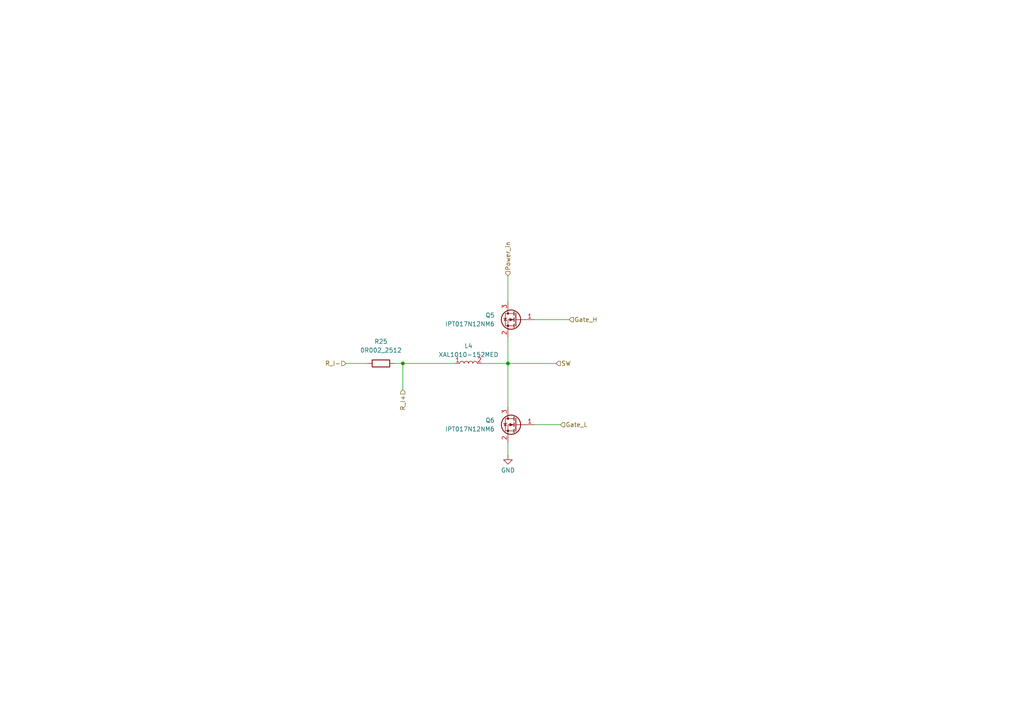
<source format=kicad_sch>
(kicad_sch (version 20250114) (generator "eeschema") (generator_version "9.0")
  (paper "A4")
  (lib_symbols
    (symbol "MYLIB_Misc:0R002_2512" (pin_numbers (hide yes)) (pin_names (hide yes))
      (property "Reference" "R" (at -2.54 0 90))
      (property "Value" "0R002_2512" (at 2.54 0.254 90))
      (symbol "0R002_2512_0_1"
        (rectangle (start -1.016 -2.54) (end 1.016 2.54) (stroke (width 0.254)))
      )
      (symbol "0R002_2512_1_1"
        (pin passive line (at 0 3.81 270) (length 1.27) (name "~") (number "1"))
        (pin passive line (at 0 -3.81 90) (length 1.27) (name "~") (number "2"))
      )
    )
    (symbol "MYLIB_Misc:IPT017N12NM6" (pin_names (hide yes))
      (property "Reference" "Q" (at 6.35 0 90))
      (property "Value" "IPT017N12NM6" (at 4.064 0.254 90))
      (symbol "IPT017N12NM6_0_1"
        (polyline (pts (xy -2.286 1.905) (xy -2.286 -1.905)) (stroke (width 0.254)))
        (polyline (pts (xy -2.286 0) (xy -5.08 0)))
        (polyline (pts (xy -1.778 2.286) (xy -1.778 1.27)) (stroke (width 0.254)))
        (polyline (pts (xy -1.778 0.508) (xy -1.778 -0.508)) (stroke (width 0.254)))
        (polyline (pts (xy -1.778 -1.27) (xy -1.778 -2.286)) (stroke (width 0.254)))
        (polyline (pts (xy -1.778 -1.778) (xy 0.762 -1.778) (xy 0.762 1.778) (xy -1.778 1.778)))
        (polyline (pts (xy -1.524 0) (xy -0.508 0.381) (xy -0.508 -0.381) (xy -1.524 0)) (fill (type outline)))
        (circle (center -0.889 0) (radius 2.794) (stroke (width 0.254)))
        (polyline (pts (xy 0 2.54) (xy 0 1.778)))
        (circle (center 0 1.778) (radius 0.254) (fill (type outline)))
        (circle (center 0 -1.778) (radius 0.254) (fill (type outline)))
        (polyline (pts (xy 0 -2.54) (xy 0 0) (xy -1.778 0)))
        (polyline (pts (xy 0.254 0.508) (xy 0.381 0.381) (xy 1.143 0.381) (xy 1.27 0.254)))
        (polyline (pts (xy 0.762 0.381) (xy 0.381 -0.254) (xy 1.143 -0.254) (xy 0.762 0.381)))
      )
      (symbol "IPT017N12NM6_1_1"
        (pin input line (at -7.62 0 0) (length 2.54) (name "G") (number "1"))
        (pin passive line (at 0 5.08 270) (length 2.54) (name "D") (number "3"))
        (pin passive line (at 0 -5.08 90) (length 2.54) (name "S") (number "2"))
      )
    )
    (symbol "MYLIB_Misc:XAL1010-152MED" (pin_names (hide yes))
      (property "Reference" "L" (at 0.254 5.588 0))
      (property "Value" "XAL1010-152MED" (at 0.762 3.302 0))
      (symbol "XAL1010-152MED_0_1"
        (arc (start -2.54 0) (mid -1.905 0.6323) (end -1.27 0))
        (arc (start -1.27 0) (mid -0.635 0.6323) (end 0 0))
        (arc (start 0 0) (mid 0.635 0.6323) (end 1.27 0))
        (arc (start 1.27 0) (mid 1.905 0.6323) (end 2.54 0))
      )
      (symbol "XAL1010-152MED_1_1"
        (pin passive line (at -3.81 0 0) (length 1.27) (name "1") (number "1"))
        (pin passive line (at 3.81 0 180) (length 1.27) (name "2") (number "2"))
      )
    )
    (symbol "power:GND" (power) (pin_numbers (hide yes)) (pin_names (offset 0) (hide yes))
      (property "Value" "GND" (at 0 -3.81 0))
      (symbol "GND_0_1"
        (polyline (pts (xy 0 0) (xy 0 -1.27) (xy 1.27 -1.27) (xy 0 -2.54) (xy -1.27 -1.27) (xy 0 -1.27)))
      )
      (symbol "GND_1_1"
        (pin power_in line (at 0 0 270) (length 0) (name "~") (number "1"))
      )
    )
  )
  (junction (at 147.32 105.41))
  (junction (at 116.84 105.41))
  (wire (pts (xy 147.32 105.41) (xy 161.29 105.41)))
  (wire (pts (xy 114.3 105.41) (xy 116.84 105.41)))
  (wire (pts (xy 139.7 105.41) (xy 147.32 105.41)))
  (wire (pts (xy 100.33 105.41) (xy 106.68 105.41)))
  (wire (pts (xy 116.84 105.41) (xy 132.08 105.41)))
  (wire (pts (xy 147.32 105.41) (xy 147.32 118.11)))
  (wire (pts (xy 147.32 80.01) (xy 147.32 87.63)))
  (wire (pts (xy 147.32 97.79) (xy 147.32 105.41)))
  (wire (pts (xy 116.84 105.41) (xy 116.84 113.03)))
  (wire (pts (xy 147.32 128.27) (xy 147.32 132.08)))
  (wire (pts (xy 154.94 123.19) (xy 162.56 123.19)))
  (wire (pts (xy 154.94 92.71) (xy 165.1 92.71)))
  (hierarchical_label "Gate_L" (shape input) (at 162.56 123.19 0))
  (hierarchical_label "R_I+" (shape input) (at 116.84 113.03 270))
  (hierarchical_label "SW" (shape input) (at 161.29 105.41 0))
  (hierarchical_label "R_I-" (shape input) (at 100.33 105.41 180))
  (hierarchical_label "Gate_H" (shape input) (at 165.1 92.71 0))
  (hierarchical_label "Power_in" (shape input) (at 147.32 80.01 90))
  (symbol (lib_id "MYLIB_Misc:IPT017N12NM6") (at 147.32 92.71 0) (mirror y) (unit 1)
    (property "Reference" "Q5" (at 143.51 91.4399 0) (effects (justify left)))
    (property "Value" "IPT017N12NM6" (at 143.51 93.9799 0) (effects (justify left)))
    (property "Footprint" "Package_TO_SOT_SMD:Infineon_PG-HSOF-8-1" (effects (hide yes)))
    (property "Datasheet" "https://eu.mouser.com/datasheet/3/70/1/Infineon-IPT017N12NM6-DataSheet-v02_00-EN.pdf" (effects (hide yes)))
    (property "Description" "N-Channel High Power Mosfet" (effects (hide yes)))
    (property "Mouser nr" " 726-IPT017N12NM6ATMA " (effects (hide yes)))
    (instances (project "FPGA_Board_BA" (path "" (reference "Q5") (unit 1)) (path "" (reference "Q1") (unit 1))))
  )
  (symbol (lib_id "MYLIB_Misc:XAL1010-152MED") (at 135.89 105.41 0) (unit 1)
    (property "Reference" "L4" (at 135.89 100.33 0))
    (property "Value" "XAL1010-152MED" (at 135.89 102.87 0))
    (property "Footprint" "Inductor_SMD:L_Coilcraft_XAL1010-XXX" (effects (hide yes)))
    (property "Datasheet" "https://www.coilcraft.com/getmedia/dd74e670-e705-456a-9a69-585fe02eaf3c/xal1010.pdf" (effects (hide yes)))
    (property "Description" "High Saturation Iron Composit Inductor" (effects (hide yes)))
    (property "Mouser" " 994-XAL1010-152MED " (effects (hide yes)))
    (property "Isat" "36.6A" (effects (hide yes)))
    (property "Vmax" "60V" (effects (hide yes)))
    (instances (project "FPGA_Board_BA" (path "" (reference "L4") (unit 1)) (path "" (reference "L1") (unit 1))))
  )
  (symbol (lib_id "power:GND") (at 147.32 132.08 0) (unit 1)
    (property "Reference" "#PWR025" (effects (hide yes)))
    (property "Value" "GND" (at 147.32 136.398 0))
    (property "Description" "Power symbol creates a global label with name \"GND\" , ground" (effects (hide yes)))
    (instances (project "FPGA_Board_BA" (path "" (reference "#PWR025") (unit 1)) (path "" (reference "#PWR094") (unit 1))))
  )
  (symbol (lib_id "MYLIB_Misc:IPT017N12NM6") (at 147.32 123.19 0) (mirror y) (unit 1)
    (property "Reference" "Q6" (at 143.51 121.9199 0) (effects (justify left)))
    (property "Value" "IPT017N12NM6" (at 143.51 124.4599 0) (effects (justify left)))
    (property "Footprint" "Package_TO_SOT_SMD:Infineon_PG-HSOF-8-1" (effects (hide yes)))
    (property "Datasheet" "https://eu.mouser.com/datasheet/3/70/1/Infineon-IPT017N12NM6-DataSheet-v02_00-EN.pdf" (effects (hide yes)))
    (property "Description" "N-Channel High Power Mosfet" (effects (hide yes)))
    (property "Mouser nr" " 726-IPT017N12NM6ATMA " (effects (hide yes)))
    (instances (project "FPGA_Board_BA" (path "" (reference "Q6") (unit 1)) (path "" (reference "Q2") (unit 1))))
  )
  (symbol (lib_id "MYLIB_Misc:0R002_2512") (at 110.49 105.41 90) (unit 1)
    (property "Reference" "R25" (at 110.49 99.06 90))
    (property "Value" "0R002_2512" (at 110.49 101.6 90))
    (property "Footprint" "Resistor_SMD:R_2512_6332Metric" (effects (hide yes)))
    (property "Datasheet" "https://eu.mouser.com/datasheet/3/1099/1/SEI-CSNL.pdf" (effects (hide yes)))
    (property "Description" "Shunt Resistor 3W, 2512" (effects (hide yes)))
    (property "Mouser nr" "708-CSNL2512FT2L00 " (effects (hide yes)))
    (instances (project "" (path "" (reference "R25") (unit 1)) (path "" (reference "R26") (unit 1))))
  )
)
</source>
